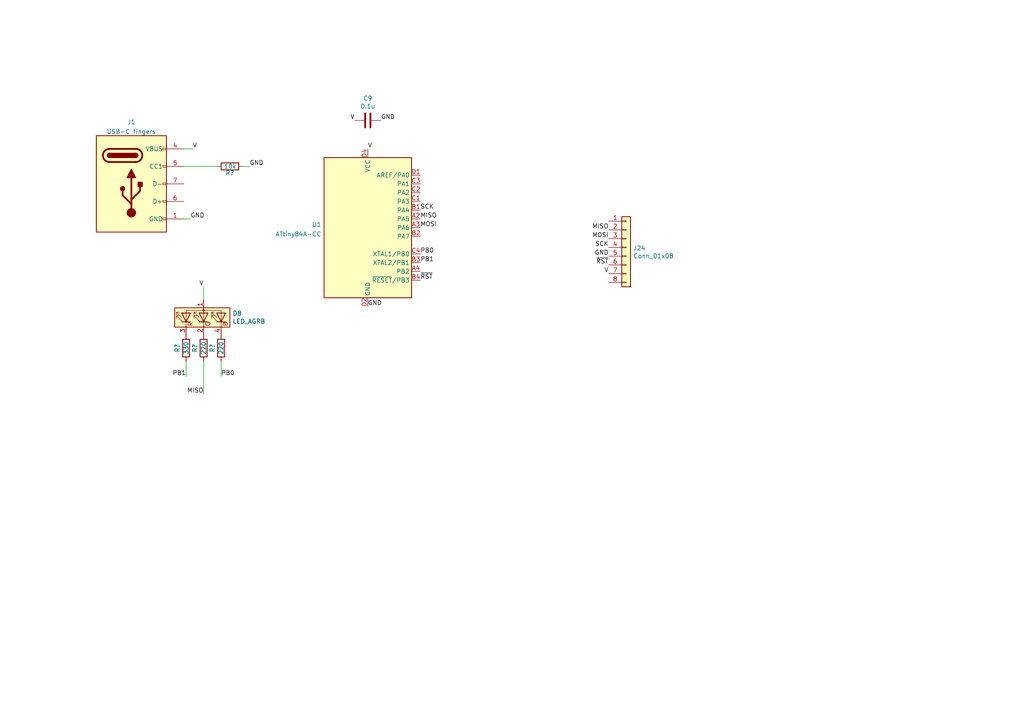
<source format=kicad_sch>
(kicad_sch (version 20211123) (generator eeschema)
  (paper "A4")
  (lib_symbols
    (symbol "Connector_Generic:Conn_01x08" (pin_names (offset 1.016) hide)
      (property "Reference" "J" (at 0 10.16 0))
      (property "Value" "Conn_01x08" (at 0 -12.7 0))
      (symbol "Conn_01x08_1_1"
        (rectangle (start -1.27 -10.033) (end 0 -10.287) (stroke (width 0.1524)))
        (rectangle (start -1.27 -7.493) (end 0 -7.747) (stroke (width 0.1524)))
        (rectangle (start -1.27 -4.953) (end 0 -5.207) (stroke (width 0.1524)))
        (rectangle (start -1.27 -2.413) (end 0 -2.667) (stroke (width 0.1524)))
        (rectangle (start -1.27 0.127) (end 0 -0.127) (stroke (width 0.1524)))
        (rectangle (start -1.27 2.667) (end 0 2.413) (stroke (width 0.1524)))
        (rectangle (start -1.27 5.207) (end 0 4.953) (stroke (width 0.1524)))
        (rectangle (start -1.27 7.747) (end 0 7.493) (stroke (width 0.1524)))
        (rectangle (start -1.27 8.89) (end 1.27 -11.43) (stroke (width 0.254)) (fill (type background)))
        (pin passive line (at -5.08 7.62 0) (length 3.81) (name "Pin_1") (number "1"))
        (pin passive line (at -5.08 5.08 0) (length 3.81) (name "Pin_2") (number "2"))
        (pin passive line (at -5.08 2.54 0) (length 3.81) (name "Pin_3") (number "3"))
        (pin passive line (at -5.08 0 0) (length 3.81) (name "Pin_4") (number "4"))
        (pin passive line (at -5.08 -2.54 0) (length 3.81) (name "Pin_5") (number "5"))
        (pin passive line (at -5.08 -5.08 0) (length 3.81) (name "Pin_6") (number "6"))
        (pin passive line (at -5.08 -7.62 0) (length 3.81) (name "Pin_7") (number "7"))
        (pin passive line (at -5.08 -10.16 0) (length 3.81) (name "Pin_8") (number "8"))
      )
    )
    (symbol "Device:C" (pin_numbers hide) (pin_names (offset 0.254))
      (property "Reference" "C" (at 0.635 2.54 0))
      (property "Value" "C" (at 0.635 -2.54 0))
      (symbol "C_0_1"
        (polyline (pts (xy -2.032 -0.762) (xy 2.032 -0.762)) (stroke (width 0.508)))
        (polyline (pts (xy -2.032 0.762) (xy 2.032 0.762)) (stroke (width 0.508)))
      )
      (symbol "C_1_1"
        (pin passive line (at 0 3.81 270) (length 2.794) (name "~") (number "1"))
        (pin passive line (at 0 -3.81 90) (length 2.794) (name "~") (number "2"))
      )
    )
    (symbol "Device:LED_AGRB" (pin_names (offset 0) hide)
      (property "Reference" "D" (at 0 9.398 0))
      (property "Value" "LED_AGRB" (at 0 -8.89 0))
      (symbol "LED_AGRB_0_0"
        (text "B" (at -1.905 -6.35 0) (effects (font (size 1.27 1.27))))
        (text "G" (at -1.905 -1.27 0) (effects (font (size 1.27 1.27))))
        (text "R" (at -1.905 3.81 0) (effects (font (size 1.27 1.27))))
      )
      (symbol "LED_AGRB_0_1"
        (polyline (pts (xy -1.27 -5.08) (xy -2.54 -5.08)))
        (polyline (pts (xy -1.27 -5.08) (xy 1.27 -5.08)))
        (polyline (pts (xy -1.27 -3.81) (xy -1.27 -6.35)) (stroke (width 0.254)))
        (polyline (pts (xy -1.27 0) (xy -2.54 0)))
        (polyline (pts (xy -1.27 1.27) (xy -1.27 -1.27)) (stroke (width 0.254)))
        (polyline (pts (xy -1.27 5.08) (xy -2.54 5.08)))
        (polyline (pts (xy -1.27 5.08) (xy 1.27 5.08)))
        (polyline (pts (xy -1.27 6.35) (xy -1.27 3.81)) (stroke (width 0.254)))
        (polyline (pts (xy 1.27 0) (xy -1.27 0)))
        (polyline (pts (xy 1.27 0) (xy 2.54 0)))
        (polyline (pts (xy -1.27 1.27) (xy -1.27 -1.27) (xy -1.27 -1.27)))
        (polyline (pts (xy -1.27 6.35) (xy -1.27 3.81) (xy -1.27 3.81)))
        (polyline (pts (xy 1.27 -5.08) (xy 2.032 -5.08) (xy 2.032 5.08) (xy 1.27 5.08)))
        (polyline (pts (xy 1.27 -3.81) (xy 1.27 -6.35) (xy -1.27 -5.08) (xy 1.27 -3.81)) (stroke (width 0.254)))
        (polyline (pts (xy 1.27 1.27) (xy 1.27 -1.27) (xy -1.27 0) (xy 1.27 1.27)) (stroke (width 0.254)))
        (polyline (pts (xy 1.27 6.35) (xy 1.27 3.81) (xy -1.27 5.08) (xy 1.27 6.35)) (stroke (width 0.254)))
        (polyline (pts (xy -1.016 -3.81) (xy 0.508 -2.286) (xy -0.254 -2.286) (xy 0.508 -2.286) (xy 0.508 -3.048)))
        (polyline (pts (xy -1.016 1.27) (xy 0.508 2.794) (xy -0.254 2.794) (xy 0.508 2.794) (xy 0.508 2.032)))
        (polyline (pts (xy -1.016 6.35) (xy 0.508 7.874) (xy -0.254 7.874) (xy 0.508 7.874) (xy 0.508 7.112)))
        (polyline (pts (xy 0 -3.81) (xy 1.524 -2.286) (xy 0.762 -2.286) (xy 1.524 -2.286) (xy 1.524 -3.048)))
        (polyline (pts (xy 0 1.27) (xy 1.524 2.794) (xy 0.762 2.794) (xy 1.524 2.794) (xy 1.524 2.032)))
        (polyline (pts (xy 0 6.35) (xy 1.524 7.874) (xy 0.762 7.874) (xy 1.524 7.874) (xy 1.524 7.112)))
        (rectangle (start 1.27 -1.27) (end 1.27 1.27))
        (rectangle (start 1.27 1.27) (end 1.27 1.27))
        (rectangle (start 1.27 3.81) (end 1.27 6.35))
        (rectangle (start 1.27 6.35) (end 1.27 6.35))
        (circle (center 2.032 0) (radius 0.254) (fill (type outline)))
        (rectangle (start 2.794 8.382) (end -2.794 -7.62) (stroke (width 0.254)) (fill (type background)))
      )
      (symbol "LED_AGRB_1_1"
        (pin passive line (at 5.08 0 180) (length 2.54) (name "A") (number "1"))
        (pin passive line (at -5.08 0 0) (length 2.54) (name "GK") (number "2"))
        (pin passive line (at -5.08 5.08 0) (length 2.54) (name "RK") (number "3"))
        (pin passive line (at -5.08 -5.08 0) (length 2.54) (name "BK") (number "4"))
      )
    )
    (symbol "Device:R" (pin_numbers hide) (pin_names (offset 0))
      (property "Reference" "R" (at 2.032 0 90))
      (property "Value" "R" (at 0 0 90))
      (symbol "R_0_1"
        (rectangle (start -1.016 -2.54) (end 1.016 2.54) (stroke (width 0.254)))
      )
      (symbol "R_1_1"
        (pin passive line (at 0 3.81 270) (length 1.27) (name "~") (number "1"))
        (pin passive line (at 0 -3.81 90) (length 1.27) (name "~") (number "2"))
      )
    )
    (symbol "MCU_Microchip_ATtiny:ATtiny84A-CC"
      (property "Reference" "U" (at -12.7 21.59 0))
      (property "Value" "ATtiny84A-CC" (at 2.54 -21.59 0))
      (symbol "ATtiny84A-CC_0_1"
        (rectangle (start -12.7 -20.32) (end 12.7 20.32) (stroke (width 0.254)) (fill (type background)))
      )
      (symbol "ATtiny84A-CC_1_1"
        (pin bidirectional line (at 15.24 2.54 180) (length 2.54) (name "PA5") (number "A2"))
        (pin bidirectional line (at 15.24 0 180) (length 2.54) (name "PA6") (number "A3"))
        (pin bidirectional line (at 15.24 -12.7 180) (length 2.54) (name "PB2") (number "A4"))
        (pin bidirectional line (at 15.24 5.08 180) (length 2.54) (name "PA4") (number "B1"))
        (pin bidirectional line (at 15.24 -2.54 180) (length 2.54) (name "PA7") (number "B2"))
        (pin bidirectional line (at 15.24 -10.16 180) (length 2.54) (name "XTAL2/PB1") (number "B3"))
        (pin bidirectional line (at 15.24 -15.24 180) (length 2.54) (name "~{RESET}/PB3") (number "B4"))
        (pin bidirectional line (at 15.24 7.62 180) (length 2.54) (name "PA3") (number "C1"))
        (pin bidirectional line (at 15.24 10.16 180) (length 2.54) (name "PA2") (number "C2"))
        (pin bidirectional line (at 15.24 12.7 180) (length 2.54) (name "PA1") (number "C3"))
        (pin bidirectional line (at 15.24 -7.62 180) (length 2.54) (name "XTAL1/PB0") (number "C4"))
        (pin bidirectional line (at 15.24 15.24 180) (length 2.54) (name "AREF/PA0") (number "D1"))
        (pin power_in line (at 0 -22.86 90) (length 2.54) (name "GND") (number "D2"))
        (pin passive line (at 0 -22.86 90) (length 2.54) hide (name "GND") (number "D3"))
        (pin power_in line (at 0 22.86 270) (length 2.54) (name "VCC") (number "D4"))
      )
    )
    (symbol "USB-C_PCB_experiments:PCB_USB_C_Receptacle" (pin_names (offset 1.016))
      (property "Reference" "J" (at -10.16 16.51 0))
      (property "Value" "PCB_USB_C_Receptacle" (at 19.05 16.51 0))
      (symbol "PCB_USB_C_Receptacle_0_0"
        (rectangle (start 10.16 -10.414) (end 9.144 -9.906))
        (rectangle (start 10.16 -4.826) (end 9.144 -5.334))
        (rectangle (start 10.16 0.254) (end 9.144 -0.254))
        (rectangle (start 10.16 5.334) (end 9.144 4.826))
        (rectangle (start 10.16 10.414) (end 9.144 9.906))
      )
      (symbol "PCB_USB_C_Receptacle_0_1"
        (rectangle (start -10.16 13.97) (end 10.16 -13.97) (stroke (width 0.254)) (fill (type background)))
        (arc (start -6.35 8.89) (mid -6.985 8.255) (end -6.35 7.62) (stroke (width 0.254)))
        (arc (start -6.35 8.89) (mid -6.985 8.255) (end -6.35 7.62) (stroke (width 0.254)) (fill (type outline)))
        (arc (start -6.35 10.16) (mid -8.255 8.255) (end -6.35 6.35) (stroke (width 0.508)))
        (circle (center -2.54 -1.397) (radius 0.635) (stroke (width 0.254)) (fill (type outline)))
        (circle (center 0 -8.382) (radius 1.27) (fill (type outline)))
        (polyline (pts (xy -6.35 10.16) (xy 1.27 10.16)) (stroke (width 0.508)))
        (polyline (pts (xy 0 -8.382) (xy 0 1.778)) (stroke (width 0.508)))
        (polyline (pts (xy 1.27 6.35) (xy -6.35 6.35)) (stroke (width 0.508)))
        (polyline (pts (xy 0 -5.842) (xy -2.54 -3.302) (xy -2.54 -2.032)) (stroke (width 0.508)))
        (polyline (pts (xy 0 -4.572) (xy 2.54 -2.032) (xy 2.54 -0.762)) (stroke (width 0.508)))
        (polyline (pts (xy -1.27 1.778) (xy 0 4.318) (xy 1.27 1.778) (xy -1.27 1.778)) (stroke (width 0.254)) (fill (type outline)))
        (arc (start 1.27 6.35) (mid 3.175 8.255) (end 1.27 10.16) (stroke (width 0.508)))
        (rectangle (start 1.27 7.62) (end -6.35 8.89) (stroke (width 0.254)) (fill (type outline)))
        (arc (start 1.27 7.62) (mid 1.905 8.255) (end 1.27 8.89) (stroke (width 0.254)))
        (arc (start 1.27 7.62) (mid 1.905 8.255) (end 1.27 8.89) (stroke (width 0.254)) (fill (type outline)))
        (rectangle (start 1.905 -0.762) (end 3.175 0.508) (stroke (width 0.254)) (fill (type outline)))
      )
      (symbol "PCB_USB_C_Receptacle_1_1"
        (pin passive line (at 15.24 -10.16 180) (length 5.08) (name "GND") (number "1"))
        (pin passive line (at 15.24 -10.16 180) (length 5.08) hide (name "GND") (number "12"))
        (pin passive line (at 15.24 10.16 180) (length 5.08) (name "VBUS") (number "4"))
        (pin bidirectional line (at 15.24 5.08 180) (length 5.08) (name "CC1") (number "5"))
        (pin bidirectional line (at 15.24 -5.08 180) (length 5.08) (name "D+") (number "6"))
        (pin bidirectional line (at 15.24 0 180) (length 5.08) (name "D-") (number "7"))
        (pin passive line (at 15.24 10.16 180) (length 5.08) hide (name "VBUS") (number "9"))
      )
    )
  )
  (wire (pts (xy 59.055 86.995) (xy 59.055 83.185)))
  (wire (pts (xy 64.135 104.775) (xy 64.135 109.22)))
  (wire (pts (xy 53.34 48.26) (xy 62.865 48.26)))
  (wire (pts (xy 59.055 104.775) (xy 59.055 114.3)))
  (wire (pts (xy 72.39 48.26) (xy 70.485 48.26)))
  (wire (pts (xy 53.975 104.775) (xy 53.975 109.22)))
  (wire (pts (xy 53.34 43.18) (xy 55.88 43.18)))
  (wire (pts (xy 55.245 63.5) (xy 53.34 63.5)))
  (label "V" (at 176.53 79.375 180))
  (label "GND" (at 55.245 63.5 0))
  (label "MISO" (at 176.53 66.675 180))
  (label "~{RST}" (at 176.53 76.835 180))
  (label "MOSI" (at 176.53 69.215 180))
  (label "GND" (at 176.53 74.295 180))
  (label "GND" (at 106.68 88.9 0))
  (label "MOSI" (at 121.92 66.04 0))
  (label "MISO" (at 59.055 114.3 180))
  (label "~{RST}" (at 121.92 81.28 0))
  (label "SCK" (at 121.92 60.96 0))
  (label "PB1" (at 53.975 109.22 180))
  (label "V" (at 59.055 83.185 180))
  (label "V" (at 55.88 43.18 0))
  (label "V" (at 106.68 43.18 0))
  (label "GND" (at 110.49 34.925 0))
  (label "PB1" (at 121.92 76.2 0))
  (label "SCK" (at 176.53 71.755 180))
  (label "MISO" (at 121.92 63.5 0))
  (label "GND" (at 72.39 48.26 0))
  (label "V" (at 102.87 34.925 180))
  (label "PB0" (at 121.92 73.66 0))
  (label "PB0" (at 64.135 109.22 0))
  (symbol (lib_id "Connector_Generic:Conn_01x08") (at 181.61 71.755 0) (unit 1)
    (property "Reference" "J24" (at 183.642 71.9582 0) (effects (justify left)))
    (property "Value" "Conn_01x08" (at 183.642 74.2696 0) (effects (justify left)))
    (property "Footprint" "awful-usb-socket:FFC-08" (effects hide))
  )
  (symbol (lib_id "Device:C") (at 106.68 34.925 270) (unit 1)
    (property "Reference" "C9" (at 106.68 28.5242 90))
    (property "Value" "0.1u" (at 106.68 30.8356 90))
    (property "Footprint" "Capacitor_SMD:C_0201_0603Metric" (effects hide))
  )
  (symbol (lib_id "Device:R") (at 66.675 48.26 270) (unit 1)
    (property "Reference" "R?" (at 67.945 50.165 90) (effects (justify right)))
    (property "Value" "10k" (at 68.58 48.26 90) (effects (justify right)))
    (property "Footprint" "Resistor_SMD:R_0201_0603Metric" (effects hide))
  )
  (symbol (lib_id "Device:R") (at 53.975 100.965 0) (unit 1)
    (property "Reference" "R?" (at 51.435 99.695 90) (effects (justify right)))
    (property "Value" "330" (at 53.975 100.965 90))
    (property "Footprint" "Resistor_SMD:R_0201_0603Metric" (effects hide))
  )
  (symbol (lib_id "Device:R") (at 64.135 100.965 0) (unit 1)
    (property "Reference" "R?" (at 61.595 99.695 90) (effects (justify right)))
    (property "Value" "220" (at 64.135 100.965 90))
    (property "Footprint" "Resistor_SMD:R_0201_0603Metric" (effects hide))
  )
  (symbol (lib_id "Device:R") (at 59.055 100.965 0) (unit 1)
    (property "Reference" "R?" (at 56.515 99.695 90) (effects (justify right)))
    (property "Value" "220" (at 59.055 100.965 90))
    (property "Footprint" "Resistor_SMD:R_0201_0603Metric" (effects hide))
  )
  (symbol (lib_id "Device:LED_AGRB") (at 59.055 92.075 90) (unit 1)
    (property "Reference" "D8" (at 67.437 90.9066 90) (effects (justify right)))
    (property "Value" "LED_AGRB" (at 67.437 93.218 90) (effects (justify right)))
    (property "Footprint" "awful-usb-socket:LED_everlight_EASV2713RGBA1" (effects hide))
  )
  (symbol (lib_id "USB-C_PCB_experiments:PCB_USB_C_Receptacle") (at 38.1 53.34 0) (unit 1)
    (property "Reference" "J1" (at 38.1 35.4035 0))
    (property "Value" "USB-C fingers" (at 38.1 38.1786 0))
  )
  (symbol (lib_id "MCU_Microchip_ATtiny:ATtiny84A-CC") (at 106.68 66.04 0) (unit 1)
    (property "Reference" "U1" (at 93.2181 65.1315 0) (effects (justify right)))
    (property "Value" "ATtiny84A-CC" (at 93.2181 67.9066 0) (effects (justify right)))
    (property "Footprint" "Package_BGA:UFBGA-15_3.0x3.0mm_Layout4x4_P0.65mm" (effects hide))
    (property "Datasheet" "http://ww1.microchip.com/downloads/en/DeviceDoc/doc8183.pdf" (effects hide))
  )
)
</source>
